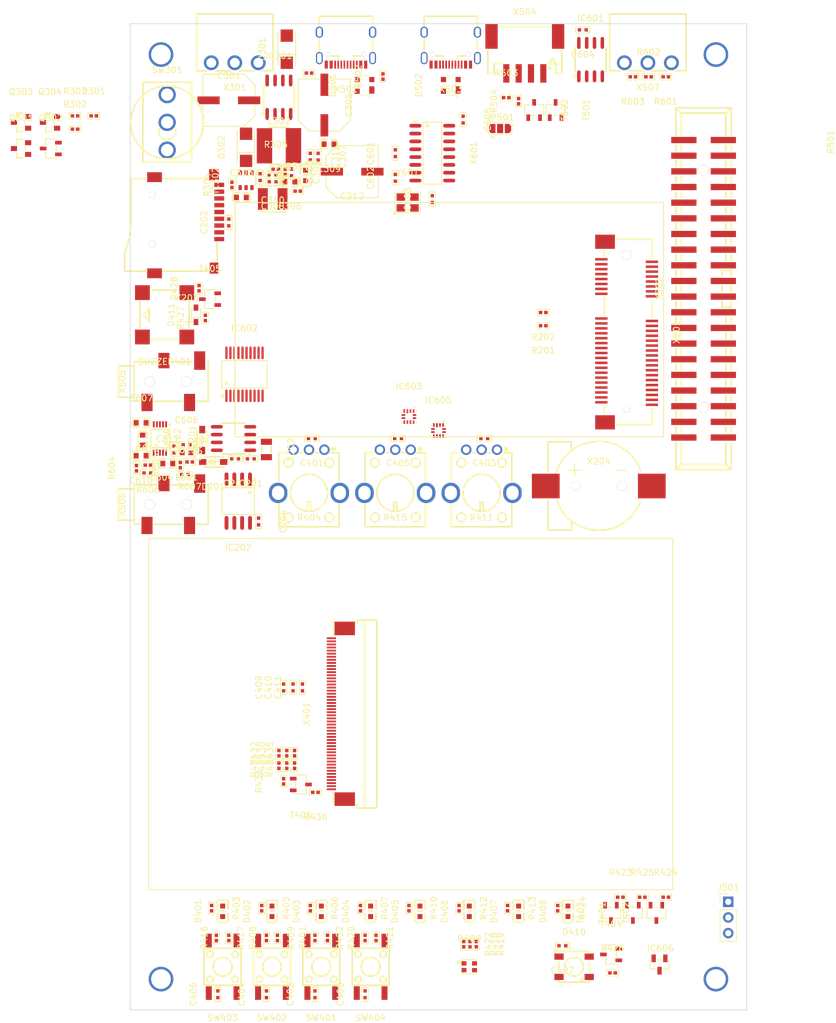
<source format=kicad_pcb>
(kicad_pcb (version 20211014) (generator pcbnew)
  (layers (0 "F.Cu" signal) (31 "B.Cu" signal) (34 "B.Paste" user) (35 "F.Paste" user) (36 "B.SilkS" user "B.Silkscreen") (37 "F.SilkS" user "F.Silkscreen") (38 "B.Mask" user) (39 "F.Mask" user) (44 "Edge.Cuts" user))
  (net 0 "")
  (net 56 "Net-(BUZZER401-Pad2)")
  (net 59 "Net-(C201-Pad1)")
  (net 60 "Net-(C203-Pad2)")
  (net 61 "Net-(C302-Pad2)")
  (net 62 "GND")
  (net 63 "+3.3V")
  (net 64 "V_EXT")
  (net 65 "Net-(C603-Pad2)")
  (net 66 "+5V")
  (net 67 "+5V_EXT")
  (net 68 "V_USB")
  (net 69 "Net-(C607-Pad2)")
  (net 70 "Net-(C608-Pad2)")
  (net 71 "Net-(C609-Pad2)")
  (net 72 "Net-(C610-Pad1)")
  (net 73 "Net-(D401-Pad1)")
  (net 74 "Net-(D402-Pad1)")
  (net 75 "Net-(D403-Pad1)")
  (net 76 "Net-(D404-Pad1)")
  (net 77 "Net-(D405-Pad1)")
  (net 78 "Net-(D406-Pad1)")
  (net 79 "Net-(D407-Pad1)")
  (net 80 "Net-(D408-Pad1)")
  (net 81 "Net-(D409-Pad1)")
  (net 82 "Net-(D409-Pad4)")
  (net 83 "Net-(D409-Pad2)")
  (net 84 "Net-(C610-Pad2)")
  (net 85 "Net-(C611-Pad2)")
  (net 86 "Net-(C611-Pad1)")
  (net 87 "AudioOutRight")
  (net 88 "AudioOutLeft")
  (net 89 "Net-(D410-Pad4)")
  (net 90 "WS2812_DOUT")
  (net 91 "Net-(IC201-Pad2)")
  (net 93 "/Power/3.3V_EN")
  (net 95 "RS485_B")
  (net 96 "RS485_A")
  (net 131 "Net-(R401-Pad1)")
  (net 132 "Net-(R402-Pad2)")
  (net 135 "Net-(R408-Pad1)")
  (net 136 "Net-(R409-Pad2)")
  (net 141 "Net-(R416-Pad1)")
  (net 142 "Net-(R417-Pad2)")
  (net 143 "Net-(R418-Pad1)")
  (net 144 "Net-(R419-Pad1)")
  (net 145 "Net-(R420-Pad1)")
  (net 146 "Net-(R421-Pad2)")
  (net 147 "Net-(R422-Pad1)")
  (net 148 "Net-(R423-Pad1)")
  (net 149 "Net-(R424-Pad1)")
  (net 150 "Net-(R425-Pad1)")
  (net 152 "/Display_and_UI/IM0")
  (net 153 "/Display_and_UI/IM1")
  (net 155 "/Display_and_UI/IM2")
  (net 184 "Net-(JP501-Pad2)")
  (net 185 "Net-(Q301-Pad2)")
  (net 186 "Net-(Q302-Pad3)")
  (net 187 "Net-(Q303-Pad2)")
  (net 188 "Net-(R427-Pad2)")
  (net 189 "Net-(R433-Pad2)")
  (net 190 "Net-(R436-Pad1)")
  (net 191 "Net-(R501-Pad1)")
  (net 192 "Net-(R503-Pad1)")
  (net 193 "Net-(R504-Pad1)")
  (net 194 "Net-(T406-Pad3)")
  (net 215 "Net-(D302-Pad1)")
  (net 216 "Net-(C302-Pad1)")
  (net 217 "Net-(C304-Pad1)")
  (net 225 "AN0")
  (net 226 "SW0")
  (net 227 "AN1")
  (net 228 "SW1")
  (net 229 "AN2")
  (net 230 "SW2")
  (net 231 "Net-(C601-Pad2)")
  (net 232 "Net-(C602-Pad2)")
  (net 233 "Net-(D202-Pad2)")
  (net 234 "Net-(D303-Pad2)")
  (net 236 "WS2812_DIN")
  (net 237 "RTC_INT")
  (net 238 "SDA0")
  (net 239 "SCL0")
  (net 240 "RTC_CLK")
  (net 241 "FLASH_CS")
  (net 242 "SPI0_MISO")
  (net 244 "SPI0_MOSI")
  (net 245 "SPI0_CLK")
  (net 246 "UART_RS485_RX")
  (net 247 "RS485_DE")
  (net 248 "UART_RS485_TX")
  (net 250 "I2S0_SDIN")
  (net 251 "I2S0_SCLK")
  (net 252 "I2S0_LRCK")
  (net 253 "I2S0_MCLK")
  (net 258 "LED0")
  (net 259 "LED1")
  (net 260 "LED2")
  (net 261 "LED3")
  (net 262 "LED4")
  (net 263 "LED5")
  (net 264 "LED6")
  (net 265 "LED7")
  (net 266 "PWMR")
  (net 267 "PWMB")
  (net 268 "PWMG")
  (net 269 "BUZZER")
  (net 270 "Net-(R428-Pad1)")
  (net 272 "TFT_BKL")
  (net 275 "SDCARD_CS")
  (net 278 "USB0_D+")
  (net 279 "USB0_D-")
  (net 282 "USB_UART0_TX")
  (net 283 "USB_UART0_RX")
  (net 284 "TFT_RST")
  (net 285 "TFT_SDO")
  (net 286 "TFT_SDA")
  (net 287 "TFT_SCL")
  (net 288 "TFT_DCX")
  (net 289 "TFT_CS")
  (net 290 "TFT_TE")
  (net 291 "TFT_TP_SCL")
  (net 292 "TFT_TP_SDA")
  (net 293 "TFT_TP_IRQ")
  (net 294 "TFT_TP_RST")
  (net 295 "USB1_D+")
  (net 296 "USB1_D-")
  (net 304 "AudioInLeft")
  (net 305 "AudioInRight")
  (footprint "eduboardv2:LED0603-R-RD_BLUE" (layer "F.Cu") (at 85 165 90)
    (fp_text reference "D403")
    (fp_text value "blue")
  )
  (footprint "eduboardv2:C0402" (layer "F.Cu") (at 56.794 93.878)
    (fp_text reference "C612")
    (fp_text value "2.2nF")
  )
  (footprint "eduboardv2:R0402" (layer "F.Cu") (at 63.652 92.1 180)
    (fp_text reference "R607")
    (fp_text value "470R")
  )
  (footprint "eduboardv2:R0402" (layer "F.Cu") (at 84.05 145.694 180)
    (fp_text reference "R436")
    (fp_text value "10R")
  )
  (footprint "eduboardv2:C0402" (layer "F.Cu") (at 83.972 178.46 90)
    (fp_text reference "C402")
    (fp_text value "10nF")
  )
  (footprint "eduboardv2:R0402" (layer "F.Cu") (at 110.134 170.332 -90)
    (fp_text reference "R419")
    (fp_text value "150R")
  )
  (footprint "eduboardv2:C0402" (layer "F.Cu") (at 111.436 88.29 180)
    (fp_text reference "C403")
    (fp_text value "1nF")
  )
  (footprint "eduboardv2:SOIC-8_L5.0-W4.0-P1.27-LS6.0-BL" (layer "F.Cu") (at 128.676 26.822)
    (fp_text reference "IC601")
    (fp_text value "SP3485EN-L_TR")
  )
  (footprint "eduboardv2:C0402" (layer "F.Cu") (at 63.144 89.306)
    (fp_text reference "C606")
    (fp_text value "100nF")
  )
  (footprint "eduboardv2:LED0603-R-RD_BLUE" (layer "F.Cu") (at 93 165 90)
    (fp_text reference "D404")
    (fp_text value "blue")
  )
  (footprint "eduboardv2:CAP-SMD_BD8.0-L8.3-W8.3-RD" (layer "F.Cu") (at 90 45 180)
    (fp_text reference "C312")
    (fp_text value "220uF, 35V")
  )
  (footprint "eduboardv2:R0402" (layer "F.Cu") (at 115 33)
    (fp_text reference "R503")
    (fp_text value "10k")
  )
  (footprint "eduboardv2:R0402" (layer "F.Cu") (at 95 29.57 90)
    (fp_text reference "R502")
    (fp_text value "5.1k")
  )
  (footprint "eduboardv2:SOD-123_L2.7-W1.6-LS3.7-RD-1" (layer "F.Cu") (at 67.462 92.1 180)
    (fp_text reference "D201")
    (fp_text value "B5819W_C8598")
  )
  (footprint "eduboardv2:C0402" (layer "F.Cu") (at 127.406 21.996 180)
    (fp_text reference "C604")
    (fp_text value "100nF")
  )
  (footprint "eduboardv2:OSC-SMD_4P-L3.2-W2.5-BL" (layer "F.Cu") (at 99 50)
    (fp_text reference "Y601")
    (fp_text value "X322512MSB4SI")
  )
  (footprint "eduboardv2:R0402" (layer "F.Cu") (at 86.004 169.316 90)
    (fp_text reference "R401")
    (fp_text value "1k")
  )
  (footprint "eduboardv2:C0402" (layer "F.Cu") (at 97 46 90)
    (fp_text reference "C602")
    (fp_text value "22pF")
  )
  (footprint "eduboardv2:SOIC-16_L9.9-W3.9-P1.27-LS6.0-BL" (layer "F.Cu") (at 103 42 -90)
    (fp_text reference "X601")
    (fp_text value "CH340G")
  )
  (footprint "eduboardv2:R0402" (layer "F.Cu") (at 108.102 170.332 -90)
    (fp_text reference "R422")
    (fp_text value "150R")
  )
  (footprint "eduboardv2:KEY-SMD_4P-L6.0-W6.0-P4.50-LS9.5-BL" (layer "F.Cu") (at 77 174 180)
    (fp_text reference "SW402")
    (fp_text value "K2-1102SP-C4SC-04")
  )
  (footprint "eduboardv2:LED0603-R-RD_BLUE" (layer "F.Cu") (at 117 165 90)
    (fp_text reference "D407")
    (fp_text value "blue")
  )
  (footprint "eduboardv2:TSSOP-10_L3.0-W3.0-P0.50-LS4.9-BL" (layer "F.Cu") (at 58.826 88.29 180)
    (fp_text reference "IC604")
    (fp_text value "CS4344-CZZ")
  )
  (footprint "eduboardv2:C0603" (layer "F.Cu") (at 79.908 46.634 180)
    (fp_text reference "C306")
    (fp_text value "10uF, X5R, 25V")
  )
  (footprint "eduboardv2:C0402" (layer "F.Cu") (at 73.558 91.592 180)
    (fp_text reference "C201")
    (fp_text value "10pF")
  )
  (footprint "eduboardv2:R0402" (layer "F.Cu") (at 137.058 162.712)
    (fp_text reference "R425")
    (fp_text value "10R")
  )
  (footprint "eduboardv2:C0603" (layer "F.Cu") (at 56.032 88.544 -90)
    (fp_text reference "C609")
    (fp_text value "10uF")
  )
  (footprint "eduboardv2:R0402" (layer "F.Cu") (at 132.24 175)
    (fp_text reference "R426")
    (fp_text value "10k")
  )
  (footprint "eduboardv2:IDC-SMD_BH-00105" (layer "F.Cu") (at 147 64 90)
    (fp_text reference "X502")
    (fp_text value "BH-00105")
  )
  (footprint "eduboardv2:R0402" (layer "F.Cu") (at 77.622 44.602)
    (fp_text reference "R305")
    (fp_text value "22k")
  )
  (footprint "eduboardv2:LED-SMD_4P-L5.0-W5.0-TL_WS2812B-B" (layer "F.Cu") (at 126 174)
    (fp_text reference "D410")
    (fp_text value "WS2812B-B_W")
  )
  (footprint "eduboardv2:R0402" (layer "F.Cu") (at 92.1 169.316 -90)
    (fp_text reference "R421")
    (fp_text value "10k")
  )
  (footprint "eduboardv2:BAT-SMD_CR1220-2ZX" (layer "F.Cu") (at 130 96)
    (fp_text reference "X204")
    (fp_text value "CR1220-2ZX")
  )
  (footprint "eduboardv2:R0402" (layer "F.Cu") (at 138.074 29.616)
    (fp_text reference "R602")
    (fp_text value "120R")
  )
  (footprint "eduboardv2:AUDIO-SMD_PJ-327C-4A" (layer "F.Cu") (at 61 99 90)
    (fp_text reference "X506")
    (fp_text value "PJ-327C-4A")
  )
  (footprint "eduboardv2:R0402" (layer "F.Cu") (at 56.872 92.608 180)
    (fp_text reference "R606")
    (fp_text value "470R")
  )
  (footprint "eduboardv2:C0402" (layer "F.Cu") (at 83.464 88.29 180)
    (fp_text reference "C401")
    (fp_text value "1nF")
  )
  (footprint "eduboardv2:R0402" (layer "F.Cu") (at 70.51 47.142 90)
    (fp_text reference "R304")
    (fp_text value "100k")
  )
  (footprint "eduboardv2:C0402" (layer "F.Cu") (at 92.1 178.46 90)
    (fp_text reference "C408")
    (fp_text value "10nF")
  )
  (footprint "eduboardv2:USB-C-SMD_TYPE-C-USB-17" (layer "F.Cu") (at 106 25 180)
    (fp_text reference "X503")
    (fp_text value "USB3.1C16PFSMT")
  )
  (footprint "eduboardv2:RES-TH_RK09K1130AAU" (layer "F.Cu") (at 97 93.6125 180)
    (fp_text reference "R415")
    (fp_text value "50k")
  )
  (footprint "eduboardv2:R0402" (layer "F.Cu") (at 75.336 164.49 -90)
    (fp_text reference "R405")
    (fp_text value "1k")
  )
  (footprint "eduboardv2:BUZ-SMD_4P-L8.5-W8.5-P8.50-TL" (layer "F.Cu") (at 59.588 68.224 180)
    (fp_text reference "BUZZER401")
    (fp_text value "MLT-8530")
  )
  (footprint "eduboardv2:SOT-143-4_L2.9-W1.3-P1.92-LS2.4-BL" (layer "F.Cu") (at 92 31 90)
    (fp_text reference "D501")
    (fp_text value "PRTR5V0U2X_C2827688")
  )
  (footprint "eduboardv2:C0402" (layer "F.Cu") (at 75.082 45.872 -90)
    (fp_text reference "C302")
    (fp_text value "100nF, 50V")
  )
  (footprint "eduboardv2:SOT-23_L2.9-W1.3-P1.90-LS2.4-BR" (layer "F.Cu") (at 41 37)
    (fp_text reference "Q304")
    (fp_text value "AO3401A")
  )
  (footprint "eduboardv2:R0402" (layer "F.Cu") (at 62.128 92.608 90)
    (fp_text reference "R605")
    (fp_text value "10k")
  )
  (footprint "eduboardv2:CONN-SMD_S4B-PH-SM4-K-TB-LF-SN" (layer "F.Cu") (at 118.008 26.06)
    (fp_text reference "X504")
    (fp_text value "S4B-PH-SM4-K-TB(LF)(SN)")
  )
  (footprint "eduboardv2:SOT-23-3_L2.9-W1.6-P1.90-LS2.8-BR" (layer "F.Cu") (at 132 172)
    (fp_text reference "T404")
    (fp_text value "AO3400A")
  )
  (footprint "eduboardv2:RES-TH_RK09K1130AAU" (layer "F.Cu") (at 111 93.6125 180)
    (fp_text reference "R411")
    (fp_text value "50k")
  )
  (footprint "eduboardv2:C0603" (layer "F.Cu") (at 86.258 40.538 180)
    (fp_text reference "C309")
    (fp_text value "10uF, X5R, 25V")
  )
  (footprint "eduboardv2:C0402" (layer "F.Cu") (at 74.828 101.752 -90)
    (fp_text reference "C204")
    (fp_text value "100nF")
  )
  (footprint "eduboardv2:C0402" (layer "F.Cu") (at 68.224 178.46 90)
    (fp_text reference "C406")
    (fp_text value "10nF")
  )
  (footprint "eduboardv2:R0402" (layer "F.Cu") (at 76.098 169.316 -90)
    (fp_text reference "R409")
    (fp_text value "10k")
  )
  (footprint "eduboardv2:R0402" (layer "F.Cu") (at 135.534 29.616 180)
    (fp_text reference "R603")
    (fp_text value "10k")
  )
  (footprint "eduboardv2:R0402" (layer "F.Cu") (at 45.065 38.1)
    (fp_text reference "R302")
    (fp_text value "1M")
  )
  (footprint "eduboardv2:R0402" (layer "F.Cu") (at 80.67 141.376 90)
    (fp_text reference "R434")
    (fp_text value "10R")
  )
  (footprint "eduboardv2:R0402" (layer "F.Cu") (at 70.002 169.316 90)
    (fp_text reference "R416")
    (fp_text value "1k")
  )
  (footprint "eduboardv2:C0402" (layer "F.Cu") (at 80.162 45.11 -90)
    (fp_text reference "C304")
    (fp_text value "22pF")
  )
  (footprint "eduboardv2:KEY-SMD_4P-L6.0-W6.0-P4.50-LS9.5-BL" (layer "F.Cu") (at 85 174 180)
    (fp_text reference "SW401")
    (fp_text value "K2-1102SP-C4SC-04")
  )
  (footprint "eduboardv2:R0402" (layer "F.Cu") (at 121 67.85 180)
    (fp_text reference "R202")
    (fp_text value "10k")
  )
  (footprint "eduboardv2:C0402" (layer "F.Cu") (at 80.416 128.676 90)
    (fp_text reference "C410")
    (fp_text value "1uF")
  )
  (footprint "eduboardv2:R0402" (layer "F.Cu") (at 115.214 164.49 -90)
    (fp_text reference "R413")
    (fp_text value "1k")
  )
  (footprint "eduboardv2:R0402" (layer "F.Cu") (at 55.016 93.116 90)
    (fp_text reference "R604")
    (fp_text value "10k")
  )
  (footprint "eduboardv2:LED0603-R-RD_BLUE" (layer "F.Cu") (at 77 165 90)
    (fp_text reference "D402")
    (fp_text value "blue")
  )
  (footprint "eduboardv2:C0402" (layer "F.Cu") (at 61.112 90.068 -90)
    (fp_text reference "C608")
    (fp_text value "100nF")
  )
  (footprint "eduboardv2:CAP-SMD_BD8.0-L8.3-W8.3-RD" (layer "F.Cu") (at 85.496 34.188 -90)
    (fp_text reference "C305")
    (fp_text value "220uF, 35V")
  )
  (footprint "eduboardv2:C0402" (layer "F.Cu") (at 97 42 90)
    (fp_text reference "C601")
    (fp_text value "100nF, 50V")
  )
  (footprint "eduboardv2:C0402" (layer "F.Cu") (at 83.21 42.57 -90)
    (fp_text reference "C311")
    (fp_text value "1uF, 25V")
  )
  (footprint "eduboardv2:SOT-23-3_L2.9-W1.6-P1.90-LS2.8-BR" (layer "F.Cu") (at 81.686 144.424 180)
    (fp_text reference "T406")
    (fp_text value "AO3400A")
  )
  (footprint "eduboardv2:C0402" (layer "F.Cu") (at 97.45 88.29 180)
    (fp_text reference "C405")
    (fp_text value "1nF")
  )
  (footprint "eduboardv2:SOT-23-3_L2.9-W1.6-P1.90-LS2.8-BR" (layer "F.Cu") (at 119.52 35 -90)
    (fp_text reference "T502")
    (fp_text value "AO3400A")
  )
  (footprint "eduboardv2:C0603" (layer "F.Cu") (at 55.778 91.084 180)
    (fp_text reference "C610")
    (fp_text value "4.7uF")
  )
  (footprint "eduboardv2:LED0603-R-RD_BLUE" (layer "F.Cu") (at 69 165 90)
    (fp_text reference "D401")
    (fp_text value "blue")
  )
  (footprint "eduboardv2:SOT-23-3_L2.9-W1.6-P1.90-LS2.8-BR" (layer "F.Cu") (at 66.954 65.684)
    (fp_text reference "T405")
    (fp_text value "AO3400A")
  )
  (footprint "eduboardv2:SSOP-20_L7.5-W5.2-P0.65-LS8.0-BL" (layer "F.Cu") (at 72.542 77.876)
    (fp_text reference "IC602")
    (fp_text value "WM8782SEDS_RV_C323842")
  )
  (footprint "eduboardv2:PCIE-SMD_PCIE-52P40H" (layer "F.Cu") (at 134.518 71.018 -90)
    (fp_text reference "X201")
    (fp_text value "PCIE-52P40H")
  )
  (footprint "eduboardv2:LED-SMD_FM-B2020RGBA-HG" (layer "F.Cu") (at 109 174)
    (fp_text reference "D409")
    (fp_text value "RGB-LED")
  )
  (footprint "eduboardv2:C0603" (layer "F.Cu") (at 72.034 49.174)
    (fp_text reference "C303")
    (fp_text value "10uF, X5R, 25V")
  )
  (footprint "eduboardv2:CONN-TH_3P-P3.81_KF2EDGR-3.81-3P" (layer "F.Cu") (at 137.9675 27.3325 180)
    (fp_text reference "X507")
    (fp_text value "KF2EDGR-3.81-3P")
  )
  (footprint "Connector_PinHeader_2.54mm:PinHeader_1x03_P2.54mm_Vertical" (layer "F.Cu") (at 151 163.46)
    (fp_text reference "J501")
    (fp_text value "Conn_WS2812_Extern")
  )
  (footprint "eduboardv2:CAP-SMD_BD8.0-L8.3-W8.3-RD" (layer "F.Cu") (at 70.002 33.426)
    (fp_text reference "C301")
    (fp_text value "220uF, 35V")
  )
  (footprint "eduboardv2:R0402" (layer "F.Cu") (at 78.892 143.916 90)
    (fp_text reference "R433")
    (fp_text value "10R")
  )
  (footprint "eduboardv2:R0402" (layer "F.Cu") (at 81.178 48.158)
    (fp_text reference "R307")
    (fp_text value "1k")
  )
  (footprint "eduboardv2:R0402" (layer "F.Cu") (at 107.34 164.49 -90)
    (fp_text reference "R412")
    (fp_text value "1k")
  )
  (footprint "eduboardv2:R0402" (layer "F.Cu") (at 67.97 169.316 -90)
    (fp_text reference "R417")
    (fp_text value "10k")
  )
  (footprint "eduboardv2:C0402" (layer "F.Cu") (at 71.018 91.592 180)
    (fp_text reference "C203")
    (fp_text value "10nF")
  )
  (footprint "eduboardv2:IND-SMD_L6.0-W6.0_FNR60XXS" (layer "F.Cu") (at 78.13 40.792)
    (fp_text reference "L302")
    (fp_text value "68uH, 1A")
  )
  (footprint "eduboardv2:R0402" (layer "F.Cu") (at 123.342 164.49 -90)
    (fp_text reference "R414")
    (fp_text value "1k")
  )
  (footprint "eduboardv2:LED0603-R-RD_BLUE" (layer "F.Cu") (at 82.448 45.618 90)
    (fp_text reference "D303")
    (fp_text value "blue")
  )
  (footprint "eduboardv2:AUDIO-SMD_PJ-327C-4A" (layer "F.Cu") (at 61 79.05 90)
    (fp_text reference "X505")
    (fp_text value "PJ-327C-4A")
  )
  (footprint "eduboardv2:C0402" (layer "F.Cu") (at 84.48 42.57 -90)
    (fp_text reference "C307")
    (fp_text value "100nF, 50V")
  )
  (footprint "eduboardv2:TSOT-23-6_L2.9-W1.6-P0.95-LS2.8-BR" (layer "F.Cu") (at 72.796 46.38 90)
    (fp_text reference "IC302")
    (fp_text value "SY8113BADC")
  )
  (footprint "eduboardv2:R0402" (layer "F.Cu") (at 117 33.57 90)
    (fp_text reference "R504")
    (fp_text value "10k")
  )
  (footprint "eduboardv2:C0402" (layer "F.Cu") (at 77.114 45.618 180)
    (fp_text reference "C310")
    (fp_text value "100nF, 50V")
  )
  (footprint "eduboardv2:R0402" (layer "F.Cu") (at 121 70 180)
    (fp_text reference "R201")
    (fp_text value "10k")
  )
  (footprint "eduboardv2:C0402" (layer "F.Cu") (at 78.892 128.676 90)
    (fp_text reference "C409")
    (fp_text value "100nF")
  )
  (footprint "eduboardv2:R0402" (layer "F.Cu") (at 133.502 162.712)
    (fp_text reference "R423")
    (fp_text value "10R")
  )
  (footprint "eduboardv2:C0402" (layer "F.Cu") (at 70.002 53.238 90)
    (fp_text reference "C202")
    (fp_text value "1uF")
  )
  (footprint "eduboardv2:SOIC-8_L5.0-W4.0-P1.27-LS6.0-BL" (layer "F.Cu") (at 78.13 32.918)
    (fp_text reference "IC301")
    (fp_text value "XL1509-5.0E1")
  )
  (footprint "eduboardv2:R0402" (layer "F.Cu") (at 83.972 169.316 -90)
    (fp_text reference "R402")
    (fp_text value "10k")
  )
  (footprint "eduboardv2:SOT-23-3_L2.9-W1.3-P1.90-LS2.4-BR" (layer "F.Cu") (at 139.852 173.634 90)
    (fp_text reference "IC606")
    (fp_text value "MCP9700AT-E_TT")
  )
  (footprint "eduboardv2:SOT-23-3_L2.9-W1.6-P1.90-LS2.8-BR" (layer "F.Cu") (at 131.978 165.252 90)
    (fp_text reference "T403")
    (fp_text value "AO3400A")
  )
  (footprint "eduboardv2:SOT-23_L2.9-W1.3-P1.90-LS2.4-BR" (layer "F.Cu") (at 36.3 37)
    (fp_text reference "Q303")
    (fp_text value "AO3401A")
  )
  (footprint "eduboardv2:R0402" (layer "F.Cu") (at 67.208 164.49 -90)
    (fp_text reference "R403")
    (fp_text value "1k")
  )
  (footprint "eduboardv2:SMA_L4.3-W2.6-LS5.2-RD" (layer "F.Cu") (at 72.796 41.046 90)
    (fp_text reference "D302")
    (fp_text value "SS210")
  )
  (footprint "eduboardv2:LED0603-R-RD_BLUE" (layer "F.Cu") (at 101 165 90)
    (fp_text reference "D405")
    (fp_text value "blue")
  )
  (footprint "eduboardv2:R0402" (layer "F.Cu") (at 91.338 164.49 -90)
    (fp_text reference "R407")
    (fp_text value "1k")
  )
  (footprint "eduboardv2:LGA-12_L2.0-W2.0-P0.50-TR" (layer "F.Cu") (at 104 87)
    (fp_text reference "IC605")
    (fp_text value "STK8321")
  )
  (footprint "eduboardv2:SOIC-8_L5.0-W4.0-P1.27-LS6.0-BL" (layer "F.Cu") (at 70.764 88.29 90)
    (fp_text reference "IC201")
    (fp_text value "PCF8563T_5,518")
  )
  (footprint "eduboardv2:R0402" (layer "F.Cu") (at 80.67 139.344 90)
    (fp_text reference "R435")
    (fp_text value "NP")
  )
  (footprint "eduboardv2:SOT-23-3_L2.9-W1.6-P1.90-LS2.8-BR" (layer "F.Cu") (at 41.125 41.24)
    (fp_text reference "Q302")
    (fp_text value "AO3400A")
  )
  (footprint "eduboardv2:FPC-SMD_AFC07-S50ECA-00" (layer "F.Cu") (at 87.7175 132.95 90)
    (fp_text reference "X401")
    (fp_text value "ER-TFT035-6")
  )
  (footprint "eduboardv2:C0603" (layer "F.Cu") (at 60.096 92.354)
    (fp_text reference "C611")
    (fp_text value "4.7uF")
  )
  (footprint "eduboardv2:KEY-SMD_4P-L6.0-W6.0-P4.50-LS9.5-BL" (layer "F.Cu") (at 69 174 180)
    (fp_text reference "SW403")
    (fp_text value "K2-1102SP-C4SC-04")
  )
  (footprint "eduboardv2:R0402" (layer "F.Cu") (at 66.192 68.732 90)
    (fp_text reference "R427")
    (fp_text value "10R")
  )
  (footprint "eduboardv2:R0402" (layer "F.Cu") (at 78.13 141.376 90)
    (fp_text reference "R431")
    (fp_text value "10R")
  )
  (footprint "eduboardv2:R0402" (layer "F.Cu") (at 140.868 29.616 180)
    (fp_text reference "R601")
    (fp_text value "10k")
  )
  (footprint "eduboardv2:R0402" (layer "F.Cu") (at 78.13 139.344 90)
    (fp_text reference "R432")
    (fp_text value "NP")
  )
  (footprint "eduboardv2:R0402" (layer "F.Cu") (at 45.065 35.95)
    (fp_text reference "R303")
    (fp_text value "1M")
  )
  (footprint "eduboardv2:SOT-23_L2.9-W1.3-P1.90-LS2.4-BR" (layer "F.Cu") (at 36.3 41.25)
    (fp_text reference "Q301")
    (fp_text value "AO3401A")
  )
  (footprint "eduboardv2:R0402" (layer "F.Cu") (at 109.118 170.332 -90)
    (fp_text reference "R418")
    (fp_text value "150R")
  )
  (footprint "eduboardv2:FC-135R_L3.2-W1.5" (layer "F.Cu") (at 76.098 90.068 -90)
    (fp_text reference "X202")
    (fp_text value "32.768 kHz")
  )
  (footprint "eduboardv2:SOD-123_L2.7-W1.6-LS3.7-RD-1" (layer "F.Cu") (at 65.684 88.544 90)
    (fp_text reference "D202")
    (fp_text value "B5819W_C8598")
  )
  (footprint "eduboardv2:SW-TH_1FS1T1B9M2RES-5" (layer "F.Cu") (at 60 37)
    (fp_text reference "SW301")
    (fp_text value "1FS1T1B9M2RES-5")
  )
  (footprint "eduboardv2:TF-SMD_TF-15-15" (layer "F.Cu") (at 63.1995 53.492 180)
    (fp_text reference "X203")
    (fp_text value "TF-15×15")
  )
  (footprint "eduboardv2:C0402" (layer "F.Cu") (at 108 36.55 -90)
    (fp_text reference "C605")
    (fp_text value "100nF, 50V")
  )
  (footprint "eduboardv2:L0603" (layer "F.Cu") (at 63.144 90.576 180)
    (fp_text reference "L601")
    (fp_text value "GZ1608D601TF")
  )
  (footprint "eduboardv2:R0402" (layer "F.Cu") (at 65.176 63.906 90)
    (fp_text reference "R428")
    (fp_text value "10R")
  )
  (footprint "eduboardv2:LED0603-R-RD_BLUE" (layer "F.Cu") (at 125 165 90)
    (fp_text reference "D408")
    (fp_text value "blue")
  )
  (footprint "eduboardv2:C0402" (layer "F.Cu") (at 62.89 94.132)
    (fp_text reference "C613")
    (fp_text value "2.2nF")
  )
  (footprint "Jumper:SolderJumper-3_P1.3mm_Open_RoundedPad1.0x1.5mm" (layer "F.Cu") (at 114 38)
    (fp_text reference "JP501")
    (fp_text value "Stemma Voltage Selector")
  )
  (footprint "eduboardv2:R0402" (layer "F.Cu") (at 93.878 169.316 90)
    (fp_text reference "R420")
    (fp_text value "1k")
  )
  (footprint "eduboardv2:SOT-23-3_L2.9-W1.6-P1.90-LS2.8-BR" (layer "F.Cu") (at 123 35 -90)
    (fp_text reference "T501")
    (fp_text value "AO3400A")
  )
  (footprint "eduboardv2:R0402" (layer "F.Cu") (at 77.876 169.316 90)
    (fp_text reference "R408")
    (fp_text value "1k")
  )
  (footprint "eduboardv2:C0603" (layer "F.Cu") (at 55.778 85.75)
    (fp_text reference "C607")
    (fp_text value "10uF")
  )
  (footprint "eduboardv2:CONN-TH_3P-P3.81_KF2EDGR-3.81-3P" (layer "F.Cu") (at 70.9675 27.3325 180)
    (fp_text reference "X301")
    (fp_text value "KF2EDGR-3.81-3P")
  )
  (footprint "eduboardv2:C0402" (layer "F.Cu") (at 77.114 46.634 180)
    (fp_text reference "C308")
    (fp_text value "1uF, 25V")
  )
  (footprint "eduboardv2:RES-TH_RK09K1130AAU" (layer "F.Cu") (at 83 93.6125 180)
    (fp_text reference "R404")
    (fp_text value "50k")
  )
  (footprint "eduboardv2:SOT-143-4_L2.9-W1.3-P1.92-LS2.4-BL" (layer "F.Cu") (at 106 31 90)
    (fp_text reference "D502")
    (fp_text value "PRTR5V0U2X_C2827688")
  )
  (footprint "eduboardv2:R0402" (layer "F.Cu") (at 79.4 141.376 90)
    (fp_text reference "R429")
    (fp_text value "10R")
  )
  (footprint "eduboardv2:SOIC-8_L5.3-W5.3-P1.27-LS8.0-BL" (layer "F.Cu") (at 71.526 98.45 180)
    (fp_text reference "IC202")
    (fp_text value "W25Q128JVSIQTR")
  )
  (footprint "eduboardv2:LED0603-R-RD_BLUE" (layer "F.Cu") (at 109 165 90)
    (fp_text reference "D406")
    (fp_text value "blue")
  )
  (footprint "eduboardv2:LGA-12_L2.0-W2.0-P0.50-TR" (layer "F.Cu") (at 99.212 84.734)
    (fp_text reference "IC603")
    (fp_text value "STK8321")
  )
  (footprint "eduboardv2:R0402" (layer "F.Cu") (at 79.4 139.344 90)
    (fp_text reference "R430")
    (fp_text value "NP")
  )
  (footprint "eduboardv2:R0402" (layer "F.Cu") (at 99.212 164.49 -90)
    (fp_text reference "R410")
    (fp_text value "1k")
  )
  (footprint "eduboardv2:SMA_L4.3-W2.6-LS5.2-RD" (layer "F.Cu") (at 79.4 25.13 90)
    (fp_text reference "D301")
    (fp_text value "SS210")
  )
  (footprint "eduboardv2:C0402" (layer "F.Cu") (at 103 49.45 90)
    (fp_text reference "C603")
    (fp_text value "22pF")
  )
  (footprint "eduboardv2:R0402" (layer "F.Cu") (at 48.095 35.95)
    (fp_text reference "R301")
    (fp_text value "1M")
  )
  (footprint "eduboardv2:SOD-323_L1.8-W1.3-LS2.5-RD" (layer "F.Cu") (at 64.668 68.224 90)
    (fp_text reference "D411")
    (fp_text value "1N4148WST4")
  )
  (footprint "eduboardv2:IND-SMD_L4.0-W4.0" (layer "F.Cu") (at 77.114 49.428)
    (fp_text reference "L301")
    (fp_text value "6.8uH, 1A")
  )
  (footprint "eduboardv2:C0402" (layer "F.Cu") (at 76.098 178.46 90)
    (fp_text reference "C404")
    (fp_text value "10nF")
  )
  (footprint "eduboardv2:R0402" (layer "F.Cu") (at 140.868 162.712)
    (fp_text reference "R424")
    (fp_text value "10R")
  )
  (footprint "eduboardv2:R0402" (layer "F.Cu") (at 79.146 45.032 -90)
    (fp_text reference "R306")
    (fp_text value "100k")
  )
  (footprint "eduboardv2:USB-C-SMD_TYPE-C-USB-17" (layer "F.Cu") (at 89 25 180)
    (fp_text reference "X501")
    (fp_text value "USB3.1C16PFSMT")
  )
  (footprint "eduboardv2:C0402" (layer "F.Cu") (at 124.104 170.586 180)
    (fp_text reference "C407")
    (fp_text value "100nF")
  )
  (footprint "eduboardv2:SOT-23-3_L2.9-W1.6-P1.90-LS2.8-BR" (layer "F.Cu") (at 135.534 165.252 90)
    (fp_text reference "T401")
    (fp_text value "AO3400A")
  )
  (footprint "eduboardv2:C0402" (layer "F.Cu") (at 81.94 128.676 90)
    (fp_text reference "C411")
    (fp_text value "1uF")
  )
  (footprint "eduboardv2:R0402" (layer "F.Cu") (at 83 29 180)
    (fp_text reference "R501")
    (fp_text value "5.1k")
  )
  (footprint "eduboardv2:KEY-SMD_4P-L6.0-W6.0-P4.50-LS9.5-BL" (layer "F.Cu") (at 93 174 180)
    (fp_text reference "SW404")
    (fp_text value "K2-1102SP-C4SC-04")
  )
  (footprint "eduboardv2:SOT-23-3_L2.9-W1.6-P1.90-LS2.8-BR" (layer "F.Cu") (at 139.344 165.252 90)
    (fp_text reference "T402")
    (fp_text value "AO3400A")
  )
  (footprint "eduboardv2:R0402" (layer "F.Cu") (at 83.21 164.49 -90)
    (fp_text reference "R406")
    (fp_text value "1k")
  )
  (gr_rect (start 142 161.5) (end 57 104.5) (layer "F.SilkS") (width 0.15) (fill none))
  (gr_rect (start 140.518 50.018) (end 71.018 88.018) (layer "F.SilkS") (width 0.15) (fill none))
  (gr_line locked (start 54 21) (end 154 21) (layer "Edge.Cuts") (width 0.1))
  (gr_line locked (start 54 181) (end 54 21) (layer "Edge.Cuts") (width 0.1))
  (gr_line locked (start 154 21) (end 154 181) (layer "Edge.Cuts") (width 0.1))
  (gr_line locked (start 154 181) (end 54 181) (layer "Edge.Cuts") (width 0.1))
  (via locked (at 149 176) (size 4) (drill 3.2) (layers "F.Cu" "B.Cu") (net 0))
  (via locked (at 149 26) (size 4) (drill 3.2) (layers "F.Cu" "B.Cu") (net 0))
  (via locked (at 59 26) (size 4) (drill 3.2) (layers "F.Cu" "B.Cu") (net 0))
  (via locked (at 59 176) (size 4) (drill 3.2) (layers "F.Cu" "B.Cu") (net 0))
)
</source>
